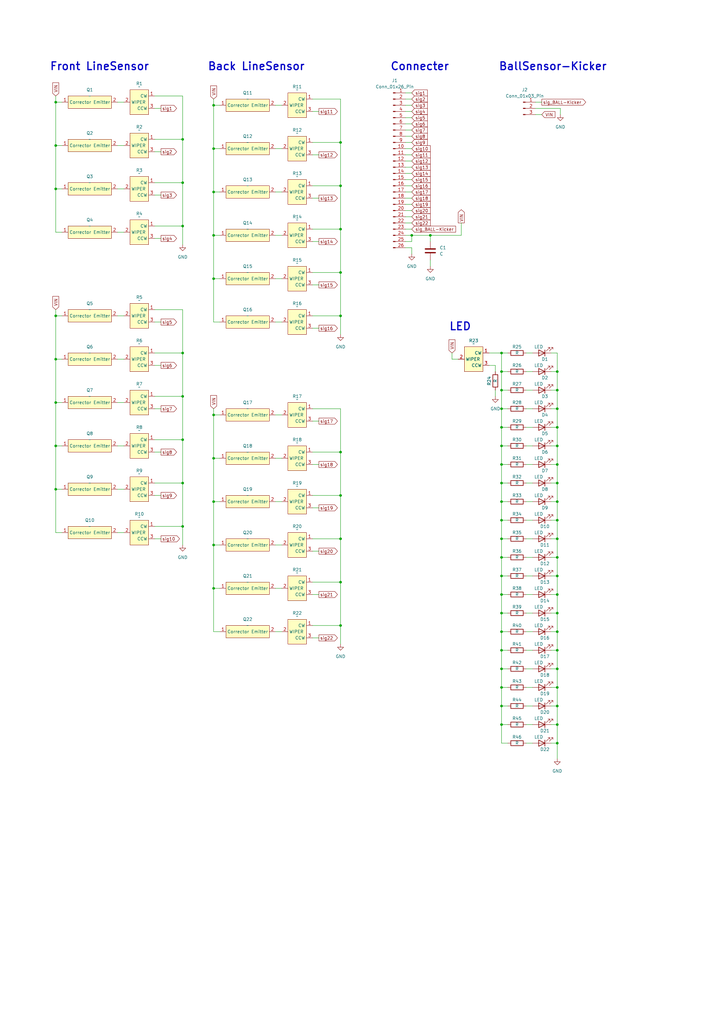
<source format=kicad_sch>
(kicad_sch (version 20230121) (generator eeschema)
  (paper "A3" portrait)
  (lib_symbols
    (symbol "@2023_LineSensor:PhotoTransistor"
      (property "Reference" "Q" (at 0 2.54 0))
      (symbol "PhotoTransistor_1_1"
        (pin passive line (at -11.43 -2.54 0) (length 2.54) (name "Corrector") (number "1"))
        (pin passive line (at 11.43 -2.54 180) (length 2.54) (name "Emitter") (number "2"))
      )
    )
    (symbol "@2023_LineSensor:VariableResistor"
      (property "Reference" "R" (at 0 1.27 0))
      (symbol "VariableResistor_1_1"
        (pin passive line (at 6.35 -2.54 180) (length 2.54) (name "CW") (number "1"))
        (pin passive line (at -6.35 -5.08 0) (length 2.54) (name "WIPER") (number "2"))
        (pin passive line (at 6.35 -7.62 180) (length 2.54) (name "CCW") (number "3"))
      )
    )
    (symbol "Connector:Conn_01x03_Pin" (pin_names (offset 1.016) hide)
      (property "Reference" "J" (at 0 5.08 0))
      (property "Value" "Conn_01x03_Pin" (at 0 -5.08 0))
      (symbol "Conn_01x03_Pin_1_1"
        (pin passive line (at 5.08 2.54 180) (length 3.81) (name "Pin_1") (number "1"))
        (pin passive line (at 5.08 0 180) (length 3.81) (name "Pin_2") (number "2"))
        (pin passive line (at 5.08 -2.54 180) (length 3.81) (name "Pin_3") (number "3"))
      )
    )
    (symbol "Connector:Conn_01x26_Pin" (pin_names (offset 1.016) hide)
      (property "Reference" "J" (at 0 33.02 0))
      (property "Value" "Conn_01x26_Pin" (at 0 -35.56 0))
      (symbol "Conn_01x26_Pin_1_1"
        (pin passive line (at 5.08 30.48 180) (length 3.81) (name "Pin_1") (number "1"))
        (pin passive line (at 5.08 7.62 180) (length 3.81) (name "Pin_10") (number "10"))
        (pin passive line (at 5.08 5.08 180) (length 3.81) (name "Pin_11") (number "11"))
        (pin passive line (at 5.08 2.54 180) (length 3.81) (name "Pin_12") (number "12"))
        (pin passive line (at 5.08 0 180) (length 3.81) (name "Pin_13") (number "13"))
        (pin passive line (at 5.08 -2.54 180) (length 3.81) (name "Pin_14") (number "14"))
        (pin passive line (at 5.08 -5.08 180) (length 3.81) (name "Pin_15") (number "15"))
        (pin passive line (at 5.08 -7.62 180) (length 3.81) (name "Pin_16") (number "16"))
        (pin passive line (at 5.08 -10.16 180) (length 3.81) (name "Pin_17") (number "17"))
        (pin passive line (at 5.08 -12.7 180) (length 3.81) (name "Pin_18") (number "18"))
        (pin passive line (at 5.08 -15.24 180) (length 3.81) (name "Pin_19") (number "19"))
        (pin passive line (at 5.08 27.94 180) (length 3.81) (name "Pin_2") (number "2"))
        (pin passive line (at 5.08 -17.78 180) (length 3.81) (name "Pin_20") (number "20"))
        (pin passive line (at 5.08 -20.32 180) (length 3.81) (name "Pin_21") (number "21"))
        (pin passive line (at 5.08 -22.86 180) (length 3.81) (name "Pin_22") (number "22"))
        (pin passive line (at 5.08 -25.4 180) (length 3.81) (name "Pin_23") (number "23"))
        (pin passive line (at 5.08 -27.94 180) (length 3.81) (name "Pin_24") (number "24"))
        (pin passive line (at 5.08 -30.48 180) (length 3.81) (name "Pin_25") (number "25"))
        (pin passive line (at 5.08 -33.02 180) (length 3.81) (name "Pin_26") (number "26"))
        (pin passive line (at 5.08 25.4 180) (length 3.81) (name "Pin_3") (number "3"))
        (pin passive line (at 5.08 22.86 180) (length 3.81) (name "Pin_4") (number "4"))
        (pin passive line (at 5.08 20.32 180) (length 3.81) (name "Pin_5") (number "5"))
        (pin passive line (at 5.08 17.78 180) (length 3.81) (name "Pin_6") (number "6"))
        (pin passive line (at 5.08 15.24 180) (length 3.81) (name "Pin_7") (number "7"))
        (pin passive line (at 5.08 12.7 180) (length 3.81) (name "Pin_8") (number "8"))
        (pin passive line (at 5.08 10.16 180) (length 3.81) (name "Pin_9") (number "9"))
      )
    )
    (symbol "Device:C" (pin_numbers hide) (pin_names (offset 0.254))
      (property "Reference" "C" (at 0.635 2.54 0))
      (property "Value" "C" (at 0.635 -2.54 0))
      (symbol "C_1_1"
        (pin passive line (at 0 3.81 270) (length 2.794) (name "~") (number "1"))
        (pin passive line (at 0 -3.81 90) (length 2.794) (name "~") (number "2"))
      )
    )
    (symbol "Device:LED" (pin_numbers hide) (pin_names (offset 1.016) hide)
      (property "Reference" "D" (at 0 2.54 0))
      (property "Value" "LED" (at 0 -2.54 0))
      (symbol "LED_1_1"
        (pin passive line (at -3.81 0 0) (length 2.54) (name "K") (number "1"))
        (pin passive line (at 3.81 0 180) (length 2.54) (name "A") (number "2"))
      )
    )
    (symbol "Device:R" (pin_numbers hide) (pin_names (offset 0))
      (property "Reference" "R" (at 2.032 0 90))
      (property "Value" "R" (at 0 0 90))
      (symbol "R_1_1"
        (pin passive line (at 0 3.81 270) (length 1.27) (name "~") (number "1"))
        (pin passive line (at 0 -3.81 90) (length 1.27) (name "~") (number "2"))
      )
    )
    (symbol "power:GND" (power) (pin_names (offset 0))
      (property "Value" "GND" (at 0 -3.81 0))
      (symbol "GND_1_1"
        (pin power_in line (at 0 0 270) (length 0) hide (name "GND") (number "1"))
      )
    )
  )
  (junction (at 87.63 241.3))
  (junction (at 74.93 144.78))
  (junction (at 205.74 190.5))
  (junction (at 205.74 160.02))
  (junction (at 228.6 198.12))
  (junction (at 22.86 77.47))
  (junction (at 22.86 182.88))
  (junction (at 228.6 190.5))
  (junction (at 228.6 220.98))
  (junction (at 205.74 274.32))
  (junction (at 74.93 92.71))
  (junction (at 205.74 167.64))
  (junction (at 87.63 96.52))
  (junction (at 22.86 165.1))
  (junction (at 228.6 152.4))
  (junction (at 87.63 60.96))
  (junction (at 22.86 41.91))
  (junction (at 168.91 96.52))
  (junction (at 205.74 198.12))
  (junction (at 87.63 205.74))
  (junction (at 205.74 251.46))
  (junction (at 74.93 162.56))
  (junction (at 228.6 182.88))
  (junction (at 139.7 111.76))
  (junction (at 228.6 259.08))
  (junction (at 228.6 228.6))
  (junction (at 74.93 215.9))
  (junction (at 228.6 281.94))
  (junction (at 74.93 74.93))
  (junction (at 205.74 259.08))
  (junction (at 205.74 236.22))
  (junction (at 205.74 220.98))
  (junction (at 228.6 243.84))
  (junction (at 139.7 238.76))
  (junction (at 228.6 213.36))
  (junction (at 228.6 205.74))
  (junction (at 228.6 175.26))
  (junction (at 205.74 281.94))
  (junction (at 139.7 185.42))
  (junction (at 205.74 152.4))
  (junction (at 228.6 304.8))
  (junction (at 228.6 160.02))
  (junction (at 139.7 203.2))
  (junction (at 87.63 78.74))
  (junction (at 228.6 297.18))
  (junction (at 74.93 57.15))
  (junction (at 87.63 170.18))
  (junction (at 205.74 205.74))
  (junction (at 139.7 58.42))
  (junction (at 87.63 114.3))
  (junction (at 228.6 274.32))
  (junction (at 87.63 187.96))
  (junction (at 139.7 220.98))
  (junction (at 228.6 289.56))
  (junction (at 205.74 289.56))
  (junction (at 228.6 236.22))
  (junction (at 139.7 76.2))
  (junction (at 22.86 59.69))
  (junction (at 205.74 144.78))
  (junction (at 205.74 243.84))
  (junction (at 205.74 182.88))
  (junction (at 139.7 256.54))
  (junction (at 22.86 147.32))
  (junction (at 205.74 266.7))
  (junction (at 205.74 213.36))
  (junction (at 176.53 96.52))
  (junction (at 228.6 251.46))
  (junction (at 22.86 129.54))
  (junction (at 139.7 129.54))
  (junction (at 228.6 167.64))
  (junction (at 139.7 93.98))
  (junction (at 205.74 297.18))
  (junction (at 228.6 266.7))
  (junction (at 87.63 43.18))
  (junction (at 74.93 180.34))
  (junction (at 205.74 228.6))
  (junction (at 205.74 175.26))
  (junction (at 74.93 198.12))
  (junction (at 87.63 223.52))
  (junction (at 22.86 200.66))
  (wire (pts (xy 226.06 243.84) (xy 228.6 243.84)))
  (wire (pts (xy 90.17 96.52) (xy 87.63 96.52)))
  (wire (pts (xy 128.27 63.5) (xy 130.81 63.5)))
  (wire (pts (xy 166.37 71.12) (xy 168.91 71.12)))
  (wire (pts (xy 226.06 182.88) (xy 228.6 182.88)))
  (wire (pts (xy 63.5 132.08) (xy 66.04 132.08)))
  (wire (pts (xy 205.74 152.4) (xy 205.74 160.02)))
  (wire (pts (xy 205.74 259.08) (xy 205.74 266.7)))
  (wire (pts (xy 215.9 266.7) (xy 218.44 266.7)))
  (wire (pts (xy 63.5 162.56) (xy 74.93 162.56)))
  (wire (pts (xy 166.37 91.44) (xy 168.91 91.44)))
  (wire (pts (xy 128.27 256.54) (xy 139.7 256.54)))
  (wire (pts (xy 189.23 91.44) (xy 189.23 96.52)))
  (wire (pts (xy 215.9 259.08) (xy 218.44 259.08)))
  (wire (pts (xy 228.6 220.98) (xy 228.6 228.6)))
  (wire (pts (xy 166.37 38.1) (xy 168.91 38.1)))
  (wire (pts (xy 87.63 43.18) (xy 90.17 43.18)))
  (wire (pts (xy 208.28 220.98) (xy 205.74 220.98)))
  (wire (pts (xy 215.9 182.88) (xy 218.44 182.88)))
  (wire (pts (xy 166.37 58.42) (xy 168.91 58.42)))
  (wire (pts (xy 22.86 147.32) (xy 22.86 165.1)))
  (wire (pts (xy 128.27 129.54) (xy 139.7 129.54)))
  (wire (pts (xy 226.06 251.46) (xy 228.6 251.46)))
  (wire (pts (xy 226.06 220.98) (xy 228.6 220.98)))
  (wire (pts (xy 63.5 57.15) (xy 74.93 57.15)))
  (wire (pts (xy 166.37 86.36) (xy 168.91 86.36)))
  (wire (pts (xy 22.86 200.66) (xy 22.86 218.44)))
  (wire (pts (xy 128.27 76.2) (xy 139.7 76.2)))
  (wire (pts (xy 25.4 200.66) (xy 22.86 200.66)))
  (wire (pts (xy 128.27 238.76) (xy 139.7 238.76)))
  (wire (pts (xy 63.5 62.23) (xy 66.04 62.23)))
  (wire (pts (xy 205.74 274.32) (xy 205.74 281.94)))
  (wire (pts (xy 208.28 259.08) (xy 205.74 259.08)))
  (wire (pts (xy 215.9 190.5) (xy 218.44 190.5)))
  (wire (pts (xy 63.5 74.93) (xy 74.93 74.93)))
  (wire (pts (xy 228.6 182.88) (xy 228.6 190.5)))
  (wire (pts (xy 208.28 167.64) (xy 205.74 167.64)))
  (wire (pts (xy 166.37 40.64) (xy 168.91 40.64)))
  (wire (pts (xy 90.17 223.52) (xy 87.63 223.52)))
  (wire (pts (xy 185.42 144.78) (xy 185.42 147.32)))
  (wire (pts (xy 166.37 99.06) (xy 168.91 99.06)))
  (wire (pts (xy 87.63 114.3) (xy 87.63 132.08)))
  (wire (pts (xy 87.63 205.74) (xy 87.63 223.52)))
  (wire (pts (xy 87.63 170.18) (xy 90.17 170.18)))
  (wire (pts (xy 74.93 180.34) (xy 74.93 198.12)))
  (wire (pts (xy 128.27 172.72) (xy 130.81 172.72)))
  (wire (pts (xy 63.5 220.98) (xy 66.04 220.98)))
  (wire (pts (xy 215.9 243.84) (xy 218.44 243.84)))
  (wire (pts (xy 90.17 241.3) (xy 87.63 241.3)))
  (wire (pts (xy 139.7 167.64) (xy 139.7 185.42)))
  (wire (pts (xy 74.93 127) (xy 74.93 144.78)))
  (wire (pts (xy 215.9 304.8) (xy 218.44 304.8)))
  (wire (pts (xy 166.37 55.88) (xy 168.91 55.88)))
  (wire (pts (xy 128.27 58.42) (xy 139.7 58.42)))
  (wire (pts (xy 63.5 80.01) (xy 66.04 80.01)))
  (wire (pts (xy 90.17 60.96) (xy 87.63 60.96)))
  (wire (pts (xy 168.91 101.6) (xy 168.91 104.14)))
  (wire (pts (xy 205.74 220.98) (xy 205.74 228.6)))
  (wire (pts (xy 63.5 185.42) (xy 66.04 185.42)))
  (wire (pts (xy 48.26 59.69) (xy 50.8 59.69)))
  (wire (pts (xy 226.06 304.8) (xy 228.6 304.8)))
  (wire (pts (xy 228.6 266.7) (xy 228.6 274.32)))
  (wire (pts (xy 228.6 304.8) (xy 228.6 311.15)))
  (wire (pts (xy 87.63 241.3) (xy 87.63 259.08)))
  (wire (pts (xy 63.5 198.12) (xy 74.93 198.12)))
  (wire (pts (xy 228.6 198.12) (xy 228.6 205.74)))
  (wire (pts (xy 176.53 96.52) (xy 176.53 99.06)))
  (wire (pts (xy 139.7 220.98) (xy 139.7 238.76)))
  (wire (pts (xy 22.86 39.37) (xy 22.86 41.91)))
  (wire (pts (xy 25.4 95.25) (xy 22.86 95.25)))
  (wire (pts (xy 90.17 187.96) (xy 87.63 187.96)))
  (wire (pts (xy 63.5 127) (xy 74.93 127)))
  (wire (pts (xy 139.7 256.54) (xy 139.7 264.16)))
  (wire (pts (xy 128.27 185.42) (xy 139.7 185.42)))
  (wire (pts (xy 113.03 60.96) (xy 115.57 60.96)))
  (wire (pts (xy 128.27 93.98) (xy 139.7 93.98)))
  (wire (pts (xy 215.9 289.56) (xy 218.44 289.56)))
  (wire (pts (xy 205.74 167.64) (xy 205.74 175.26)))
  (wire (pts (xy 200.66 144.78) (xy 205.74 144.78)))
  (wire (pts (xy 205.74 243.84) (xy 205.74 251.46)))
  (wire (pts (xy 128.27 261.62) (xy 130.81 261.62)))
  (wire (pts (xy 205.74 198.12) (xy 205.74 205.74)))
  (wire (pts (xy 226.06 213.36) (xy 228.6 213.36)))
  (wire (pts (xy 90.17 205.74) (xy 87.63 205.74)))
  (wire (pts (xy 166.37 78.74) (xy 168.91 78.74)))
  (wire (pts (xy 22.86 59.69) (xy 22.86 77.47)))
  (wire (pts (xy 128.27 190.5) (xy 130.81 190.5)))
  (wire (pts (xy 25.4 165.1) (xy 22.86 165.1)))
  (wire (pts (xy 113.03 241.3) (xy 115.57 241.3)))
  (wire (pts (xy 87.63 40.64) (xy 87.63 43.18)))
  (wire (pts (xy 208.28 243.84) (xy 205.74 243.84)))
  (wire (pts (xy 139.7 129.54) (xy 139.7 137.16)))
  (wire (pts (xy 205.74 144.78) (xy 205.74 152.4)))
  (wire (pts (xy 208.28 251.46) (xy 205.74 251.46)))
  (wire (pts (xy 228.6 190.5) (xy 228.6 198.12)))
  (wire (pts (xy 208.28 160.02) (xy 205.74 160.02)))
  (wire (pts (xy 113.03 223.52) (xy 115.57 223.52)))
  (wire (pts (xy 48.26 218.44) (xy 50.8 218.44)))
  (wire (pts (xy 48.26 129.54) (xy 50.8 129.54)))
  (wire (pts (xy 22.86 165.1) (xy 22.86 182.88)))
  (wire (pts (xy 228.6 289.56) (xy 228.6 297.18)))
  (wire (pts (xy 63.5 39.37) (xy 74.93 39.37)))
  (wire (pts (xy 139.7 111.76) (xy 139.7 129.54)))
  (wire (pts (xy 87.63 114.3) (xy 87.63 96.52)))
  (wire (pts (xy 228.6 259.08) (xy 228.6 266.7)))
  (wire (pts (xy 128.27 99.06) (xy 130.81 99.06)))
  (wire (pts (xy 228.6 160.02) (xy 228.6 167.64)))
  (wire (pts (xy 22.86 41.91) (xy 25.4 41.91)))
  (wire (pts (xy 48.26 77.47) (xy 50.8 77.47)))
  (wire (pts (xy 128.27 134.62) (xy 130.81 134.62)))
  (wire (pts (xy 166.37 48.26) (xy 168.91 48.26)))
  (wire (pts (xy 74.93 57.15) (xy 74.93 74.93)))
  (wire (pts (xy 226.06 289.56) (xy 228.6 289.56)))
  (wire (pts (xy 215.9 297.18) (xy 218.44 297.18)))
  (wire (pts (xy 205.74 213.36) (xy 205.74 220.98)))
  (wire (pts (xy 208.28 274.32) (xy 205.74 274.32)))
  (wire (pts (xy 205.74 251.46) (xy 205.74 259.08)))
  (wire (pts (xy 63.5 167.64) (xy 66.04 167.64)))
  (wire (pts (xy 226.06 266.7) (xy 228.6 266.7)))
  (wire (pts (xy 208.28 228.6) (xy 205.74 228.6)))
  (wire (pts (xy 87.63 60.96) (xy 87.63 78.74)))
  (wire (pts (xy 208.28 289.56) (xy 205.74 289.56)))
  (wire (pts (xy 215.9 175.26) (xy 218.44 175.26)))
  (wire (pts (xy 176.53 106.68) (xy 176.53 109.22)))
  (wire (pts (xy 215.9 198.12) (xy 218.44 198.12)))
  (wire (pts (xy 228.6 228.6) (xy 228.6 236.22)))
  (wire (pts (xy 205.74 175.26) (xy 205.74 182.88)))
  (wire (pts (xy 208.28 205.74) (xy 205.74 205.74)))
  (wire (pts (xy 215.9 213.36) (xy 218.44 213.36)))
  (wire (pts (xy 128.27 81.28) (xy 130.81 81.28)))
  (wire (pts (xy 205.74 236.22) (xy 205.74 243.84)))
  (wire (pts (xy 74.93 198.12) (xy 74.93 215.9)))
  (wire (pts (xy 22.86 129.54) (xy 25.4 129.54)))
  (wire (pts (xy 219.71 41.91) (xy 222.25 41.91)))
  (wire (pts (xy 25.4 182.88) (xy 22.86 182.88)))
  (wire (pts (xy 208.28 281.94) (xy 205.74 281.94)))
  (wire (pts (xy 228.6 213.36) (xy 228.6 220.98)))
  (wire (pts (xy 219.71 46.99) (xy 222.25 46.99)))
  (wire (pts (xy 22.86 200.66) (xy 22.86 182.88)))
  (wire (pts (xy 113.03 96.52) (xy 115.57 96.52)))
  (wire (pts (xy 128.27 40.64) (xy 139.7 40.64)))
  (wire (pts (xy 228.6 281.94) (xy 228.6 289.56)))
  (wire (pts (xy 215.9 274.32) (xy 218.44 274.32)))
  (wire (pts (xy 139.7 93.98) (xy 139.7 111.76)))
  (wire (pts (xy 205.74 144.78) (xy 208.28 144.78)))
  (wire (pts (xy 166.37 76.2) (xy 168.91 76.2)))
  (wire (pts (xy 226.06 297.18) (xy 228.6 297.18)))
  (wire (pts (xy 205.74 228.6) (xy 205.74 236.22)))
  (wire (pts (xy 168.91 96.52) (xy 176.53 96.52)))
  (wire (pts (xy 128.27 45.72) (xy 130.81 45.72)))
  (wire (pts (xy 215.9 160.02) (xy 218.44 160.02)))
  (wire (pts (xy 215.9 236.22) (xy 218.44 236.22)))
  (wire (pts (xy 48.26 41.91) (xy 50.8 41.91)))
  (wire (pts (xy 48.26 165.1) (xy 50.8 165.1)))
  (wire (pts (xy 113.03 259.08) (xy 115.57 259.08)))
  (wire (pts (xy 87.63 60.96) (xy 87.63 43.18)))
  (wire (pts (xy 87.63 187.96) (xy 87.63 205.74)))
  (wire (pts (xy 74.93 92.71) (xy 74.93 100.33)))
  (wire (pts (xy 166.37 45.72) (xy 168.91 45.72)))
  (wire (pts (xy 87.63 78.74) (xy 87.63 96.52)))
  (wire (pts (xy 74.93 74.93) (xy 74.93 92.71)))
  (wire (pts (xy 166.37 81.28) (xy 168.91 81.28)))
  (wire (pts (xy 113.03 187.96) (xy 115.57 187.96)))
  (wire (pts (xy 215.9 220.98) (xy 218.44 220.98)))
  (wire (pts (xy 226.06 236.22) (xy 228.6 236.22)))
  (wire (pts (xy 228.6 167.64) (xy 228.6 175.26)))
  (wire (pts (xy 226.06 144.78) (xy 228.6 144.78)))
  (wire (pts (xy 226.06 190.5) (xy 228.6 190.5)))
  (wire (pts (xy 228.6 297.18) (xy 228.6 304.8)))
  (wire (pts (xy 228.6 243.84) (xy 228.6 251.46)))
  (wire (pts (xy 215.9 167.64) (xy 218.44 167.64)))
  (wire (pts (xy 166.37 53.34) (xy 168.91 53.34)))
  (wire (pts (xy 87.63 187.96) (xy 87.63 170.18)))
  (wire (pts (xy 166.37 96.52) (xy 168.91 96.52)))
  (wire (pts (xy 113.03 78.74) (xy 115.57 78.74)))
  (wire (pts (xy 166.37 101.6) (xy 168.91 101.6)))
  (wire (pts (xy 228.6 274.32) (xy 228.6 281.94)))
  (wire (pts (xy 113.03 43.18) (xy 115.57 43.18)))
  (wire (pts (xy 205.74 266.7) (xy 205.74 274.32)))
  (wire (pts (xy 48.26 95.25) (xy 50.8 95.25)))
  (wire (pts (xy 128.27 116.84) (xy 130.81 116.84)))
  (wire (pts (xy 226.06 198.12) (xy 228.6 198.12)))
  (wire (pts (xy 176.53 96.52) (xy 189.23 96.52)))
  (wire (pts (xy 208.28 304.8) (xy 205.74 304.8)))
  (wire (pts (xy 63.5 97.79) (xy 66.04 97.79)))
  (wire (pts (xy 128.27 167.64) (xy 139.7 167.64)))
  (wire (pts (xy 205.74 297.18) (xy 205.74 304.8)))
  (wire (pts (xy 90.17 114.3) (xy 87.63 114.3)))
  (wire (pts (xy 215.9 205.74) (xy 218.44 205.74)))
  (wire (pts (xy 139.7 58.42) (xy 139.7 76.2)))
  (wire (pts (xy 166.37 60.96) (xy 168.91 60.96)))
  (wire (pts (xy 226.06 274.32) (xy 228.6 274.32)))
  (wire (pts (xy 113.03 114.3) (xy 115.57 114.3)))
  (wire (pts (xy 166.37 88.9) (xy 168.91 88.9)))
  (wire (pts (xy 128.27 243.84) (xy 130.81 243.84)))
  (wire (pts (xy 128.27 203.2) (xy 139.7 203.2)))
  (wire (pts (xy 63.5 215.9) (xy 74.93 215.9)))
  (wire (pts (xy 226.06 175.26) (xy 228.6 175.26)))
  (wire (pts (xy 166.37 50.8) (xy 168.91 50.8)))
  (wire (pts (xy 187.96 147.32) (xy 185.42 147.32)))
  (wire (pts (xy 208.28 175.26) (xy 205.74 175.26)))
  (wire (pts (xy 139.7 203.2) (xy 139.7 220.98)))
  (wire (pts (xy 22.86 77.47) (xy 22.86 95.25)))
  (wire (pts (xy 200.66 149.86) (xy 203.2 149.86)))
  (wire (pts (xy 226.06 160.02) (xy 228.6 160.02)))
  (wire (pts (xy 168.91 96.52) (xy 168.91 99.06)))
  (wire (pts (xy 128.27 226.06) (xy 130.81 226.06)))
  (wire (pts (xy 215.9 144.78) (xy 218.44 144.78)))
  (wire (pts (xy 139.7 40.64) (xy 139.7 58.42)))
  (wire (pts (xy 139.7 238.76) (xy 139.7 256.54)))
  (wire (pts (xy 208.28 213.36) (xy 205.74 213.36)))
  (wire (pts (xy 166.37 73.66) (xy 168.91 73.66)))
  (wire (pts (xy 228.6 251.46) (xy 228.6 259.08)))
  (wire (pts (xy 25.4 77.47) (xy 22.86 77.47)))
  (wire (pts (xy 48.26 200.66) (xy 50.8 200.66)))
  (wire (pts (xy 203.2 160.02) (xy 203.2 162.56)))
  (wire (pts (xy 22.86 127) (xy 22.86 129.54)))
  (wire (pts (xy 63.5 180.34) (xy 74.93 180.34)))
  (wire (pts (xy 74.93 39.37) (xy 74.93 57.15)))
  (wire (pts (xy 208.28 190.5) (xy 205.74 190.5)))
  (wire (pts (xy 128.27 220.98) (xy 139.7 220.98)))
  (wire (pts (xy 90.17 132.08) (xy 87.63 132.08)))
  (wire (pts (xy 215.9 281.94) (xy 218.44 281.94)))
  (wire (pts (xy 63.5 149.86) (xy 66.04 149.86)))
  (wire (pts (xy 25.4 218.44) (xy 22.86 218.44)))
  (wire (pts (xy 139.7 76.2) (xy 139.7 93.98)))
  (wire (pts (xy 87.63 167.64) (xy 87.63 170.18)))
  (wire (pts (xy 166.37 68.58) (xy 168.91 68.58)))
  (wire (pts (xy 205.74 190.5) (xy 205.74 198.12)))
  (wire (pts (xy 208.28 182.88) (xy 205.74 182.88)))
  (wire (pts (xy 226.06 228.6) (xy 228.6 228.6)))
  (wire (pts (xy 205.74 289.56) (xy 205.74 297.18)))
  (wire (pts (xy 215.9 228.6) (xy 218.44 228.6)))
  (wire (pts (xy 113.03 132.08) (xy 115.57 132.08)))
  (wire (pts (xy 74.93 144.78) (xy 74.93 162.56)))
  (wire (pts (xy 166.37 63.5) (xy 168.91 63.5)))
  (wire (pts (xy 226.06 281.94) (xy 228.6 281.94)))
  (wire (pts (xy 228.6 175.26) (xy 228.6 182.88)))
  (wire (pts (xy 166.37 83.82) (xy 168.91 83.82)))
  (wire (pts (xy 228.6 205.74) (xy 228.6 213.36)))
  (wire (pts (xy 48.26 147.32) (xy 50.8 147.32)))
  (wire (pts (xy 228.6 152.4) (xy 228.6 160.02)))
  (wire (pts (xy 226.06 205.74) (xy 228.6 205.74)))
  (wire (pts (xy 203.2 149.86) (xy 203.2 152.4)))
  (wire (pts (xy 219.71 44.45) (xy 229.87 44.45)))
  (wire (pts (xy 208.28 236.22) (xy 205.74 236.22)))
  (wire (pts (xy 74.93 215.9) (xy 74.93 223.52)))
  (wire (pts (xy 208.28 198.12) (xy 205.74 198.12)))
  (wire (pts (xy 22.86 59.69) (xy 22.86 41.91)))
  (wire (pts (xy 128.27 208.28) (xy 130.81 208.28)))
  (wire (pts (xy 113.03 170.18) (xy 115.57 170.18)))
  (wire (pts (xy 166.37 43.18) (xy 168.91 43.18)))
  (wire (pts (xy 215.9 152.4) (xy 218.44 152.4)))
  (wire (pts (xy 208.28 266.7) (xy 205.74 266.7)))
  (wire (pts (xy 205.74 205.74) (xy 205.74 213.36)))
  (wire (pts (xy 63.5 92.71) (xy 74.93 92.71)))
  (wire (pts (xy 63.5 203.2) (xy 66.04 203.2)))
  (wire (pts (xy 63.5 44.45) (xy 66.04 44.45)))
  (wire (pts (xy 25.4 147.32) (xy 22.86 147.32)))
  (wire (pts (xy 113.03 205.74) (xy 115.57 205.74)))
  (wire (pts (xy 208.28 297.18) (xy 205.74 297.18)))
  (wire (pts (xy 215.9 251.46) (xy 218.44 251.46)))
  (wire (pts (xy 228.6 236.22) (xy 228.6 243.84)))
  (wire (pts (xy 25.4 59.69) (xy 22.86 59.69)))
  (wire (pts (xy 48.26 182.88) (xy 50.8 182.88)))
  (wire (pts (xy 87.63 241.3) (xy 87.63 223.52)))
  (wire (pts (xy 22.86 147.32) (xy 22.86 129.54)))
  (wire (pts (xy 205.74 182.88) (xy 205.74 190.5)))
  (wire (pts (xy 63.5 144.78) (xy 74.93 144.78)))
  (wire (pts (xy 205.74 281.94) (xy 205.74 289.56)))
  (wire (pts (xy 226.06 152.4) (xy 228.6 152.4)))
  (wire (pts (xy 166.37 93.98) (xy 168.91 93.98)))
  (wire (pts (xy 128.27 111.76) (xy 139.7 111.76)))
  (wire (pts (xy 228.6 144.78) (xy 228.6 152.4)))
  (wire (pts (xy 90.17 78.74) (xy 87.63 78.74)))
  (wire (pts (xy 90.17 259.08) (xy 87.63 259.08)))
  (wire (pts (xy 166.37 66.04) (xy 168.91 66.04)))
  (wire (pts (xy 226.06 167.64) (xy 228.6 167.64)))
  (wire (pts (xy 208.28 152.4) (xy 205.74 152.4)))
  (wire (pts (xy 226.06 259.08) (xy 228.6 259.08)))
  (wire (pts (xy 74.93 162.56) (xy 74.93 180.34)))
  (wire (pts (xy 229.87 44.45) (xy 229.87 46.99)))
  (wire (pts (xy 139.7 185.42) (xy 139.7 203.2)))
  (wire (pts (xy 205.74 160.02) (xy 205.74 167.64)))
  (text "Front LineSensor" (at 20.32 29.21 0) (effects (font (size 3.175 3.175) (thickness 0.508) bold) (justify left bottom)))
  (text "Back LineSensor" (at 85.09 29.21 0) (effects (font (size 3.175 3.175) (thickness 0.508) bold) (justify left bottom)))
  (text "BallSensor-Kicker" (at 204.47 29.21 0) (effects (font (size 3.175 3.175) (thickness 0.508) bold) (justify left bottom)))
  (text "Connecter" (at 160.02 29.21 0) (effects (font (size 3.175 3.175) (thickness 0.508) bold) (justify left bottom)))
  (text "LED" (at 184.15 135.89 0) (effects (font (size 3.175 3.175) (thickness 0.508) bold) (justify left bottom)))
  (global_label "sig6" (shape output) (at 66.04 149.86 0) (property "Intersheetrefs" "${INTERSHEET_REFS}" (effects hide)))
  (global_label "sig14" (shape input) (at 168.91 71.12 0) (property "Intersheetrefs" "${INTERSHEET_REFS}" (effects hide)))
  (global_label "sig20" (shape output) (at 130.81 226.06 0) (property "Intersheetrefs" "${INTERSHEET_REFS}" (effects hide)))
  (global_label "sig12" (shape input) (at 168.91 66.04 0) (property "Intersheetrefs" "${INTERSHEET_REFS}" (effects hide)))
  (global_label "sig18" (shape input) (at 168.91 81.28 0) (property "Intersheetrefs" "${INTERSHEET_REFS}" (effects hide)))
  (global_label "sig5" (shape input) (at 168.91 48.26 0) (property "Intersheetrefs" "${INTERSHEET_REFS}" (effects hide)))
  (global_label "sig_BALL-Kicker" (shape input) (at 168.91 93.98 0) (property "Intersheetrefs" "${INTERSHEET_REFS}" (effects hide)))
  (global_label "sig1" (shape input) (at 168.91 38.1 0) (property "Intersheetrefs" "${INTERSHEET_REFS}" (effects hide)))
  (global_label "sig9" (shape input) (at 168.91 58.42 0) (property "Intersheetrefs" "${INTERSHEET_REFS}" (effects hide)))
  (global_label "sig17" (shape output) (at 130.81 172.72 0) (property "Intersheetrefs" "${INTERSHEET_REFS}" (effects hide)))
  (global_label "sig14" (shape output) (at 130.81 99.06 0) (property "Intersheetrefs" "${INTERSHEET_REFS}" (effects hide)))
  (global_label "sig2" (shape output) (at 66.04 62.23 0) (property "Intersheetrefs" "${INTERSHEET_REFS}" (effects hide)))
  (global_label "sig4" (shape input) (at 168.91 45.72 0) (property "Intersheetrefs" "${INTERSHEET_REFS}" (effects hide)))
  (global_label "VIN" (shape input) (at 22.86 39.37 90) (property "Intersheetrefs" "${INTERSHEET_REFS}" (effects hide)))
  (global_label "sig15" (shape output) (at 130.81 116.84 0) (property "Intersheetrefs" "${INTERSHEET_REFS}" (effects hide)))
  (global_label "sig13" (shape input) (at 168.91 68.58 0) (property "Intersheetrefs" "${INTERSHEET_REFS}" (effects hide)))
  (global_label "sig3" (shape output) (at 66.04 80.01 0) (property "Intersheetrefs" "${INTERSHEET_REFS}" (effects hide)))
  (global_label "VIN" (shape input) (at 185.42 144.78 90) (property "Intersheetrefs" "${INTERSHEET_REFS}" (effects hide)))
  (global_label "sig9" (shape output) (at 66.04 203.2 0) (property "Intersheetrefs" "${INTERSHEET_REFS}" (effects hide)))
  (global_label "sig11" (shape input) (at 168.91 63.5 0) (property "Intersheetrefs" "${INTERSHEET_REFS}" (effects hide)))
  (global_label "sig21" (shape input) (at 168.91 88.9 0) (property "Intersheetrefs" "${INTERSHEET_REFS}" (effects hide)))
  (global_label "sig16" (shape output) (at 130.81 134.62 0) (property "Intersheetrefs" "${INTERSHEET_REFS}" (effects hide)))
  (global_label "sig15" (shape input) (at 168.91 73.66 0) (property "Intersheetrefs" "${INTERSHEET_REFS}" (effects hide)))
  (global_label "sig11" (shape output) (at 130.81 45.72 0) (property "Intersheetrefs" "${INTERSHEET_REFS}" (effects hide)))
  (global_label "sig19" (shape input) (at 168.91 83.82 0) (property "Intersheetrefs" "${INTERSHEET_REFS}" (effects hide)))
  (global_label "VIN" (shape input) (at 222.25 46.99 0) (property "Intersheetrefs" "${INTERSHEET_REFS}" (effects hide)))
  (global_label "sig7" (shape input) (at 168.91 53.34 0) (property "Intersheetrefs" "${INTERSHEET_REFS}" (effects hide)))
  (global_label "VIN" (shape output) (at 189.23 91.44 90) (property "Intersheetrefs" "${INTERSHEET_REFS}" (effects hide)))
  (global_label "sig10" (shape output) (at 66.04 220.98 0) (property "Intersheetrefs" "${INTERSHEET_REFS}" (effects hide)))
  (global_label "sig4" (shape output) (at 66.04 97.79 0) (property "Intersheetrefs" "${INTERSHEET_REFS}" (effects hide)))
  (global_label "sig7" (shape output) (at 66.04 167.64 0) (property "Intersheetrefs" "${INTERSHEET_REFS}" (effects hide)))
  (global_label "VIN" (shape input) (at 87.63 40.64 90) (property "Intersheetrefs" "${INTERSHEET_REFS}" (effects hide)))
  (global_label "sig17" (shape input) (at 168.91 78.74 0) (property "Intersheetrefs" "${INTERSHEET_REFS}" (effects hide)))
  (global_label "sig22" (shape input) (at 168.91 91.44 0) (property "Intersheetrefs" "${INTERSHEET_REFS}" (effects hide)))
  (global_label "sig8" (shape output) (at 66.04 185.42 0) (property "Intersheetrefs" "${INTERSHEET_REFS}" (effects hide)))
  (global_label "sig2" (shape input) (at 168.91 40.64 0) (property "Intersheetrefs" "${INTERSHEET_REFS}" (effects hide)))
  (global_label "sig_BALL-Kicker" (shape output) (at 222.25 41.91 0) (property "Intersheetrefs" "${INTERSHEET_REFS}" (effects hide)))
  (global_label "sig5" (shape output) (at 66.04 132.08 0) (property "Intersheetrefs" "${INTERSHEET_REFS}" (effects hide)))
  (global_label "sig13" (shape output) (at 130.81 81.28 0) (property "Intersheetrefs" "${INTERSHEET_REFS}" (effects hide)))
  (global_label "sig3" (shape input) (at 168.91 43.18 0) (property "Intersheetrefs" "${INTERSHEET_REFS}" (effects hide)))
  (global_label "sig6" (shape input) (at 168.91 50.8 0) (property "Intersheetrefs" "${INTERSHEET_REFS}" (effects hide)))
  (global_label "sig22" (shape output) (at 130.81 261.62 0) (property "Intersheetrefs" "${INTERSHEET_REFS}" (effects hide)))
  (global_label "sig8" (shape input) (at 168.91 55.88 0) (property "Intersheetrefs" "${INTERSHEET_REFS}" (effects hide)))
  (global_label "sig20" (shape input) (at 168.91 86.36 0) (property "Intersheetrefs" "${INTERSHEET_REFS}" (effects hide)))
  (global_label "sig12" (shape output) (at 130.81 63.5 0) (property "Intersheetrefs" "${INTERSHEET_REFS}" (effects hide)))
  (global_label "sig1" (shape output) (at 66.04 44.45 0) (property "Intersheetrefs" "${INTERSHEET_REFS}" (effects hide)))
  (global_label "sig19" (shape output) (at 130.81 208.28 0) (property "Intersheetrefs" "${INTERSHEET_REFS}" (effects hide)))
  (global_label "sig16" (shape input) (at 168.91 76.2 0) (property "Intersheetrefs" "${INTERSHEET_REFS}" (effects hide)))
  (global_label "sig18" (shape output) (at 130.81 190.5 0) (property "Intersheetrefs" "${INTERSHEET_REFS}" (effects hide)))
  (global_label "sig21" (shape output) (at 130.81 243.84 0) (property "Intersheetrefs" "${INTERSHEET_REFS}" (effects hide)))
  (global_label "sig10" (shape input) (at 168.91 60.96 0) (property "Intersheetrefs" "${INTERSHEET_REFS}" (effects hide)))
  (global_label "VIN" (shape input) (at 87.63 167.64 90) (property "Intersheetrefs" "${INTERSHEET_REFS}" (effects hide)))
  (global_label "VIN" (shape input) (at 22.86 127 90) (property "Intersheetrefs" "${INTERSHEET_REFS}" (effects hide)))
  (symbol (lib_id "@2023_LineSensor:PhotoTransistor") (at 36.83 92.71 0) (unit 1)
    (property "Reference" "Q4" (at 36.83 90.17 0))
    (property "Value" "~" (at 36.83 92.71 0))
    (property "Footprint" "@2023_LineSensor:NJL7502L" (effects hide))
  )
  (symbol (lib_id "Device:LED") (at 222.25 259.08 180) (unit 1)
    (property "Reference" "D16" (at 223.52 261.62 0))
    (property "Value" "LED" (at 220.98 256.54 0))
    (property "Footprint" "@2023_LineSensor:OSWT3166B" (effects hide))
  )
  (symbol (lib_id "@2023_LineSensor:PhotoTransistor") (at 101.6 93.98 0) (unit 1)
    (property "Reference" "Q14" (at 101.6 91.44 0))
    (property "Value" "~" (at 101.6 93.98 0))
    (property "Footprint" "@2023_LineSensor:NJL7502L" (effects hide))
  )
  (symbol (lib_id "@2023_LineSensor:VariableResistor") (at 121.92 236.22 0) (unit 1)
    (property "Reference" "R21" (at 121.92 233.68 0))
    (property "Value" "~" (at 121.92 234.95 0))
    (property "Footprint" "@2023_LineSensor:TSR-C3305" (effects hide))
  )
  (symbol (lib_id "Device:R") (at 212.09 289.56 90) (unit 1)
    (property "Reference" "R44" (at 212.09 287.02 90))
    (property "Value" "R" (at 212.09 289.56 90))
    (property "Footprint" "Resistor_SMD:R_0603_1608Metric" (effects hide))
  )
  (symbol (lib_id "power:GND") (at 139.7 137.16 0) (unit 1)
    (property "Reference" "#PWR03" (effects hide))
    (property "Value" "GND" (at 139.7 142.24 0))
  )
  (symbol (lib_id "Device:R") (at 212.09 259.08 90) (unit 1)
    (property "Reference" "R40" (at 212.09 256.54 90))
    (property "Value" "R" (at 212.09 259.08 90))
    (property "Footprint" "Resistor_SMD:R_0603_1608Metric" (effects hide))
  )
  (symbol (lib_id "@2023_LineSensor:PhotoTransistor") (at 101.6 58.42 0) (unit 1)
    (property "Reference" "Q12" (at 101.6 55.88 0))
    (property "Value" "~" (at 101.6 58.42 0))
    (property "Footprint" "@2023_LineSensor:NJL7502L" (effects hide))
  )
  (symbol (lib_id "Device:LED") (at 222.25 266.7 180) (unit 1)
    (property "Reference" "D17" (at 223.52 269.24 0))
    (property "Value" "LED" (at 220.98 264.16 0))
    (property "Footprint" "@2023_LineSensor:OSWT3166B" (effects hide))
  )
  (symbol (lib_id "Device:R") (at 212.09 304.8 90) (unit 1)
    (property "Reference" "R46" (at 212.09 302.26 90))
    (property "Value" "R" (at 212.09 304.8 90))
    (property "Footprint" "Resistor_SMD:R_0603_1608Metric" (effects hide))
  )
  (symbol (lib_id "Device:R") (at 212.09 228.6 90) (unit 1)
    (property "Reference" "R36" (at 212.09 226.06 90))
    (property "Value" "R" (at 212.09 228.6 90))
    (property "Footprint" "Resistor_SMD:R_0603_1608Metric" (effects hide))
  )
  (symbol (lib_id "@2023_LineSensor:PhotoTransistor") (at 36.83 127 0) (unit 1)
    (property "Reference" "Q5" (at 36.83 124.46 0))
    (property "Value" "~" (at 36.83 127 0))
    (property "Footprint" "@2023_LineSensor:NJL7502L" (effects hide))
  )
  (symbol (lib_id "Device:R") (at 212.09 205.74 90) (unit 1)
    (property "Reference" "R33" (at 212.09 203.2 90))
    (property "Value" "R" (at 212.09 205.74 90))
    (property "Footprint" "Resistor_SMD:R_0603_1608Metric" (effects hide))
  )
  (symbol (lib_id "@2023_LineSensor:VariableResistor") (at 57.15 160.02 0) (unit 1)
    (property "Reference" "R7" (at 57.15 157.48 0))
    (property "Value" "~" (at 57.15 158.75 0))
    (property "Footprint" "@2023_LineSensor:TSR-C3305" (effects hide))
  )
  (symbol (lib_id "@2023_LineSensor:VariableResistor") (at 57.15 177.8 0) (unit 1)
    (property "Reference" "R8" (at 57.15 175.26 0))
    (property "Value" "~" (at 57.15 176.53 0))
    (property "Footprint" "@2023_LineSensor:TSR-C3305" (effects hide))
  )
  (symbol (lib_id "@2023_LineSensor:VariableResistor") (at 121.92 109.22 0) (unit 1)
    (property "Reference" "R15" (at 121.92 106.68 0))
    (property "Value" "~" (at 121.92 107.95 0))
    (property "Footprint" "@2023_LineSensor:TSR-C3305" (effects hide))
  )
  (symbol (lib_id "Device:LED") (at 222.25 144.78 180) (unit 1)
    (property "Reference" "D1" (at 223.52 147.32 0))
    (property "Value" "LED" (at 220.98 142.24 0))
    (property "Footprint" "@2023_LineSensor:OSWT3166B" (effects hide))
  )
  (symbol (lib_id "@2023_LineSensor:PhotoTransistor") (at 101.6 185.42 0) (unit 1)
    (property "Reference" "Q18" (at 101.6 182.88 0))
    (property "Value" "~" (at 101.6 185.42 0))
    (property "Footprint" "@2023_LineSensor:NJL7502L" (effects hide))
  )
  (symbol (lib_id "Device:R") (at 212.09 274.32 90) (unit 1)
    (property "Reference" "R42" (at 212.09 271.78 90))
    (property "Value" "R" (at 212.09 274.32 90))
    (property "Footprint" "Resistor_SMD:R_0603_1608Metric" (effects hide))
  )
  (symbol (lib_id "Device:R") (at 203.2 156.21 180) (unit 1)
    (property "Reference" "R24" (at 200.66 156.21 90))
    (property "Value" "R" (at 203.2 156.21 90))
    (property "Footprint" "Resistor_SMD:R_0603_1608Metric" (effects hide))
  )
  (symbol (lib_id "@2023_LineSensor:PhotoTransistor") (at 101.6 129.54 0) (unit 1)
    (property "Reference" "Q16" (at 101.6 127 0))
    (property "Value" "~" (at 101.6 129.54 0))
    (property "Footprint" "@2023_LineSensor:NJL7502L" (effects hide))
  )
  (symbol (lib_id "power:GND") (at 74.93 100.33 0) (unit 1)
    (property "Reference" "#PWR01" (effects hide))
    (property "Value" "GND" (at 74.93 105.41 0))
  )
  (symbol (lib_id "@2023_LineSensor:PhotoTransistor") (at 36.83 215.9 0) (unit 1)
    (property "Reference" "Q10" (at 36.83 213.36 0))
    (property "Value" "~" (at 36.83 215.9 0))
    (property "Footprint" "@2023_LineSensor:NJL7502L" (effects hide))
  )
  (symbol (lib_id "Device:R") (at 212.09 144.78 90) (unit 1)
    (property "Reference" "R25" (at 212.09 142.24 90))
    (property "Value" "R" (at 212.09 144.78 90))
    (property "Footprint" "Resistor_SMD:R_0603_1608Metric" (effects hide))
  )
  (symbol (lib_id "Device:R") (at 212.09 182.88 90) (unit 1)
    (property "Reference" "R30" (at 212.09 180.34 90))
    (property "Value" "R" (at 212.09 182.88 90))
    (property "Footprint" "Resistor_SMD:R_0603_1608Metric" (effects hide))
  )
  (symbol (lib_id "@2023_LineSensor:VariableResistor") (at 194.31 142.24 0) (unit 1)
    (property "Reference" "R23" (at 194.31 139.7 0))
    (property "Value" "~" (at 194.31 140.97 0))
    (property "Footprint" "@2023_LineSensor:TSR-C3305" (effects hide))
  )
  (symbol (lib_id "Device:LED") (at 222.25 297.18 180) (unit 1)
    (property "Reference" "D21" (at 223.52 299.72 0))
    (property "Value" "LED" (at 220.98 294.64 0))
    (property "Footprint" "@2023_LineSensor:OSWT3166B" (effects hide))
  )
  (symbol (lib_id "@2023_LineSensor:PhotoTransistor") (at 36.83 180.34 0) (unit 1)
    (property "Reference" "Q8" (at 36.83 177.8 0))
    (property "Value" "~" (at 36.83 180.34 0))
    (property "Footprint" "@2023_LineSensor:NJL7502L" (effects hide))
  )
  (symbol (lib_id "Device:LED") (at 222.25 228.6 180) (unit 1)
    (property "Reference" "D12" (at 223.52 231.14 0))
    (property "Value" "LED" (at 220.98 226.06 0))
    (property "Footprint" "@2023_LineSensor:OSWT3166B" (effects hide))
  )
  (symbol (lib_id "Device:R") (at 212.09 236.22 90) (unit 1)
    (property "Reference" "R37" (at 212.09 233.68 90))
    (property "Value" "R" (at 212.09 236.22 90))
    (property "Footprint" "Resistor_SMD:R_0603_1608Metric" (effects hide))
  )
  (symbol (lib_id "Device:LED") (at 222.25 236.22 180) (unit 1)
    (property "Reference" "D13" (at 223.52 238.76 0))
    (property "Value" "LED" (at 220.98 233.68 0))
    (property "Footprint" "@2023_LineSensor:OSWT3166B" (effects hide))
  )
  (symbol (lib_id "@2023_LineSensor:VariableResistor") (at 57.15 54.61 0) (unit 1)
    (property "Reference" "R2" (at 57.15 52.07 0))
    (property "Value" "~" (at 57.15 53.34 0))
    (property "Footprint" "@2023_LineSensor:TSR-C3305" (effects hide))
  )
  (symbol (lib_id "Connector:Conn_01x03_Pin") (at 214.63 44.45 0) (unit 1)
    (property "Reference" "J2" (at 215.265 36.83 0))
    (property "Value" "Conn_01x03_Pin" (at 215.265 39.37 0))
    (property "Footprint" "Connector_JST:JST_XH_B3B-XH-A_1x03_P2.50mm_Vertical" (effects hide))
  )
  (symbol (lib_id "Device:R") (at 212.09 175.26 90) (unit 1)
    (property "Reference" "R29" (at 212.09 172.72 90))
    (property "Value" "R" (at 212.09 175.26 90))
    (property "Footprint" "Resistor_SMD:R_0603_1608Metric" (effects hide))
  )
  (symbol (lib_id "@2023_LineSensor:VariableResistor") (at 121.92 254 0) (unit 1)
    (property "Reference" "R22" (at 121.92 251.46 0))
    (property "Value" "~" (at 121.92 252.73 0))
    (property "Footprint" "@2023_LineSensor:TSR-C3305" (effects hide))
  )
  (symbol (lib_id "power:GND") (at 176.53 109.22 0) (unit 1)
    (property "Reference" "#PWR06" (effects hide))
    (property "Value" "GND" (at 176.53 114.3 0))
  )
  (symbol (lib_id "Device:LED") (at 222.25 152.4 180) (unit 1)
    (property "Reference" "D2" (at 223.52 154.94 0))
    (property "Value" "LED" (at 220.98 149.86 0))
    (property "Footprint" "@2023_LineSensor:OSWT3166B" (effects hide))
  )
  (symbol (lib_id "Device:LED") (at 222.25 213.36 180) (unit 1)
    (property "Reference" "D10" (at 223.52 215.9 0))
    (property "Value" "LED" (at 220.98 210.82 0))
    (property "Footprint" "@2023_LineSensor:OSWT3166B" (effects hide))
  )
  (symbol (lib_id "@2023_LineSensor:VariableResistor") (at 57.15 213.36 0) (unit 1)
    (property "Reference" "R10" (at 57.15 210.82 0))
    (property "Value" "~" (at 57.15 212.09 0))
    (property "Footprint" "@2023_LineSensor:TSR-C3305" (effects hide))
  )
  (symbol (lib_id "@2023_LineSensor:VariableResistor") (at 57.15 195.58 0) (unit 1)
    (property "Reference" "R9" (at 57.15 193.04 0))
    (property "Value" "~" (at 57.15 194.31 0))
    (property "Footprint" "@2023_LineSensor:TSR-C3305" (effects hide))
  )
  (symbol (lib_id "@2023_LineSensor:PhotoTransistor") (at 101.6 167.64 0) (unit 1)
    (property "Reference" "Q17" (at 101.6 165.1 0))
    (property "Value" "~" (at 101.6 167.64 0))
    (property "Footprint" "@2023_LineSensor:NJL7502L" (effects hide))
  )
  (symbol (lib_id "@2023_LineSensor:VariableResistor") (at 121.92 200.66 0) (unit 1)
    (property "Reference" "R19" (at 121.92 198.12 0))
    (property "Value" "~" (at 121.92 199.39 0))
    (property "Footprint" "@2023_LineSensor:TSR-C3305" (effects hide))
  )
  (symbol (lib_id "@2023_LineSensor:VariableResistor") (at 121.92 73.66 0) (unit 1)
    (property "Reference" "R13" (at 121.92 71.12 0))
    (property "Value" "~" (at 121.92 72.39 0))
    (property "Footprint" "@2023_LineSensor:TSR-C3305" (effects hide))
  )
  (symbol (lib_id "@2023_LineSensor:PhotoTransistor") (at 36.83 57.15 0) (unit 1)
    (property "Reference" "Q2" (at 36.83 54.61 0))
    (property "Value" "~" (at 36.83 57.15 0))
    (property "Footprint" "@2023_LineSensor:NJL7502L" (effects hide))
  )
  (symbol (lib_id "power:GND") (at 203.2 162.56 0) (unit 1)
    (property "Reference" "#PWR07" (effects hide))
    (property "Value" "GND" (at 203.2 167.64 0))
  )
  (symbol (lib_id "power:GND") (at 229.87 46.99 0) (unit 1)
    (property "Reference" "#PWR09" (effects hide))
    (property "Value" "GND" (at 229.87 52.07 0))
  )
  (symbol (lib_id "@2023_LineSensor:PhotoTransistor") (at 101.6 238.76 0) (unit 1)
    (property "Reference" "Q21" (at 101.6 236.22 0))
    (property "Value" "~" (at 101.6 238.76 0))
    (property "Footprint" "@2023_LineSensor:NJL7502L" (effects hide))
  )
  (symbol (lib_id "Device:R") (at 212.09 198.12 90) (unit 1)
    (property "Reference" "R32" (at 212.09 195.58 90))
    (property "Value" "R" (at 212.09 198.12 90))
    (property "Footprint" "Resistor_SMD:R_0603_1608Metric" (effects hide))
  )
  (symbol (lib_id "Device:R") (at 212.09 152.4 90) (unit 1)
    (property "Reference" "R26" (at 212.09 149.86 90))
    (property "Value" "R" (at 212.09 152.4 90))
    (property "Footprint" "Resistor_SMD:R_0603_1608Metric" (effects hide))
  )
  (symbol (lib_id "@2023_LineSensor:VariableResistor") (at 121.92 127 0) (unit 1)
    (property "Reference" "R16" (at 121.92 124.46 0))
    (property "Value" "~" (at 121.92 125.73 0))
    (property "Footprint" "@2023_LineSensor:TSR-C3305" (effects hide))
  )
  (symbol (lib_id "@2023_LineSensor:PhotoTransistor") (at 36.83 162.56 0) (unit 1)
    (property "Reference" "Q7" (at 36.83 160.02 0))
    (property "Value" "~" (at 36.83 162.56 0))
    (property "Footprint" "@2023_LineSensor:NJL7502L" (effects hide))
  )
  (symbol (lib_id "@2023_LineSensor:PhotoTransistor") (at 101.6 203.2 0) (unit 1)
    (property "Reference" "Q19" (at 101.6 200.66 0))
    (property "Value" "~" (at 101.6 203.2 0))
    (property "Footprint" "@2023_LineSensor:NJL7502L" (effects hide))
  )
  (symbol (lib_id "@2023_LineSensor:VariableResistor") (at 121.92 55.88 0) (unit 1)
    (property "Reference" "R12" (at 121.92 53.34 0))
    (property "Value" "~" (at 121.92 54.61 0))
    (property "Footprint" "@2023_LineSensor:TSR-C3305" (effects hide))
  )
  (symbol (lib_id "Connector:Conn_01x26_Pin") (at 161.29 68.58 0) (unit 1)
    (property "Reference" "J1" (at 161.925 33.02 0))
    (property "Value" "Conn_01x26_Pin" (at 161.925 35.56 0))
    (property "Footprint" "Connector_IDC:IDC-Header_2x13_P2.54mm_Vertical" (effects hide))
  )
  (symbol (lib_id "@2023_LineSensor:VariableResistor") (at 121.92 91.44 0) (unit 1)
    (property "Reference" "R14" (at 121.92 88.9 0))
    (property "Value" "~" (at 121.92 90.17 0))
    (property "Footprint" "@2023_LineSensor:TSR-C3305" (effects hide))
  )
  (symbol (lib_id "Device:LED") (at 222.25 182.88 180) (unit 1)
    (property "Reference" "D6" (at 223.52 185.42 0))
    (property "Value" "LED" (at 220.98 180.34 0))
    (property "Footprint" "@2023_LineSensor:OSWT3166B" (effects hide))
  )
  (symbol (lib_id "Device:R") (at 212.09 251.46 90) (unit 1)
    (property "Reference" "R39" (at 212.09 248.92 90))
    (property "Value" "R" (at 212.09 251.46 90))
    (property "Footprint" "Resistor_SMD:R_0603_1608Metric" (effects hide))
  )
  (symbol (lib_id "Device:LED") (at 222.25 160.02 180) (unit 1)
    (property "Reference" "D3" (at 223.52 162.56 0))
    (property "Value" "LED" (at 220.98 157.48 0))
    (property "Footprint" "@2023_LineSensor:OSWT3166B" (effects hide))
  )
  (symbol (lib_id "@2023_LineSensor:PhotoTransistor") (at 101.6 256.54 0) (unit 1)
    (property "Reference" "Q22" (at 101.6 254 0))
    (property "Value" "~" (at 101.6 256.54 0))
    (property "Footprint" "@2023_LineSensor:NJL7502L" (effects hide))
  )
  (symbol (lib_id "Device:R") (at 212.09 266.7 90) (unit 1)
    (property "Reference" "R41" (at 212.09 264.16 90))
    (property "Value" "R" (at 212.09 266.7 90))
    (property "Footprint" "Resistor_SMD:R_0603_1608Metric" (effects hide))
  )
  (symbol (lib_id "Device:R") (at 212.09 213.36 90) (unit 1)
    (property "Reference" "R34" (at 212.09 210.82 90))
    (property "Value" "R" (at 212.09 213.36 90))
    (property "Footprint" "Resistor_SMD:R_0603_1608Metric" (effects hide))
  )
  (symbol (lib_id "@2023_LineSensor:VariableResistor") (at 57.15 124.46 0) (unit 1)
    (property "Reference" "R5" (at 57.15 121.92 0))
    (property "Value" "~" (at 57.15 123.19 0))
    (property "Footprint" "@2023_LineSensor:TSR-C3305" (effects hide))
  )
  (symbol (lib_id "power:GND") (at 139.7 264.16 0) (unit 1)
    (property "Reference" "#PWR04" (effects hide))
    (property "Value" "GND" (at 139.7 269.24 0))
  )
  (symbol (lib_id "@2023_LineSensor:PhotoTransistor") (at 36.83 39.37 0) (unit 1)
    (property "Reference" "Q1" (at 36.83 36.83 0))
    (property "Value" "~" (at 36.83 39.37 0))
    (property "Footprint" "@2023_LineSensor:NJL7502L" (effects hide))
  )
  (symbol (lib_id "Device:LED") (at 222.25 251.46 180) (unit 1)
    (property "Reference" "D15" (at 223.52 254 0))
    (property "Value" "LED" (at 220.98 248.92 0))
    (property "Footprint" "@2023_LineSensor:OSWT3166B" (effects hide))
  )
  (symbol (lib_id "@2023_LineSensor:VariableResistor") (at 121.92 218.44 0) (unit 1)
    (property "Reference" "R20" (at 121.92 215.9 0))
    (property "Value" "~" (at 121.92 217.17 0))
    (property "Footprint" "@2023_LineSensor:TSR-C3305" (effects hide))
  )
  (symbol (lib_id "@2023_LineSensor:VariableResistor") (at 121.92 182.88 0) (unit 1)
    (property "Reference" "R18" (at 121.92 180.34 0))
    (property "Value" "~" (at 121.92 181.61 0))
    (property "Footprint" "@2023_LineSensor:TSR-C3305" (effects hide))
  )
  (symbol (lib_id "@2023_LineSensor:PhotoTransistor") (at 101.6 76.2 0) (unit 1)
    (property "Reference" "Q13" (at 101.6 73.66 0))
    (property "Value" "~" (at 101.6 76.2 0))
    (property "Footprint" "@2023_LineSensor:NJL7502L" (effects hide))
  )
  (symbol (lib_id "power:GND") (at 74.93 223.52 0) (unit 1)
    (property "Reference" "#PWR02" (effects hide))
    (property "Value" "GND" (at 74.93 228.6 0))
  )
  (symbol (lib_id "Device:LED") (at 222.25 190.5 180) (unit 1)
    (property "Reference" "D7" (at 223.52 193.04 0))
    (property "Value" "LED" (at 220.98 187.96 0))
    (property "Footprint" "@2023_LineSensor:OSWT3166B" (effects hide))
  )
  (symbol (lib_id "power:GND") (at 168.91 104.14 0) (unit 1)
    (property "Reference" "#PWR05" (effects hide))
    (property "Value" "GND" (at 168.91 109.22 0))
  )
  (symbol (lib_id "Device:LED") (at 222.25 205.74 180) (unit 1)
    (property "Reference" "D9" (at 223.52 208.28 0))
    (property "Value" "LED" (at 220.98 203.2 0))
    (property "Footprint" "@2023_LineSensor:OSWT3166B" (effects hide))
  )
  (symbol (lib_id "@2023_LineSensor:PhotoTransistor") (at 36.83 198.12 0) (unit 1)
    (property "Reference" "Q9" (at 36.83 195.58 0))
    (property "Value" "~" (at 36.83 198.12 0))
    (property "Footprint" "@2023_LineSensor:NJL7502L" (effects hide))
  )
  (symbol (lib_id "Device:LED") (at 222.25 289.56 180) (unit 1)
    (property "Reference" "D20" (at 223.52 292.1 0))
    (property "Value" "LED" (at 220.98 287.02 0))
    (property "Footprint" "@2023_LineSensor:OSWT3166B" (effects hide))
  )
  (symbol (lib_id "Device:LED") (at 222.25 175.26 180) (unit 1)
    (property "Reference" "D5" (at 223.52 177.8 0))
    (property "Value" "LED" (at 220.98 172.72 0))
    (property "Footprint" "@2023_LineSensor:OSWT3166B" (effects hide))
  )
  (symbol (lib_id "@2023_LineSensor:VariableResistor") (at 57.15 142.24 0) (unit 1)
    (property "Reference" "R6" (at 57.15 139.7 0))
    (property "Value" "~" (at 57.15 140.97 0))
    (property "Footprint" "@2023_LineSensor:TSR-C3305" (effects hide))
  )
  (symbol (lib_id "Device:R") (at 212.09 220.98 90) (unit 1)
    (property "Reference" "R35" (at 212.09 218.44 90))
    (property "Value" "R" (at 212.09 220.98 90))
    (property "Footprint" "Resistor_SMD:R_0603_1608Metric" (effects hide))
  )
  (symbol (lib_id "Device:R") (at 212.09 160.02 90) (unit 1)
    (property "Reference" "R27" (at 212.09 157.48 90))
    (property "Value" "R" (at 212.09 160.02 90))
    (property "Footprint" "Resistor_SMD:R_0603_1608Metric" (effects hide))
  )
  (symbol (lib_id "@2023_LineSensor:VariableResistor") (at 121.92 165.1 0) (unit 1)
    (property "Reference" "R17" (at 121.92 162.56 0))
    (property "Value" "~" (at 121.92 163.83 0))
    (property "Footprint" "@2023_LineSensor:TSR-C3305" (effects hide))
  )
  (symbol (lib_id "Device:LED") (at 222.25 304.8 180) (unit 1)
    (property "Reference" "D22" (at 223.52 307.34 0))
    (property "Value" "LED" (at 220.98 302.26 0))
    (property "Footprint" "@2023_LineSensor:OSWT3166B" (effects hide))
  )
  (symbol (lib_id "Device:C") (at 176.53 102.87 0) (unit 1)
    (property "Reference" "C1" (at 180.34 101.6 0) (effects (justify left)))
    (property "Value" "C" (at 180.34 104.14 0) (effects (justify left)))
    (property "Footprint" "Capacitor_SMD:C_0805_2012Metric" (effects hide))
  )
  (symbol (lib_id "Device:LED") (at 222.25 243.84 180) (unit 1)
    (property "Reference" "D14" (at 223.52 246.38 0))
    (property "Value" "LED" (at 220.98 241.3 0))
    (property "Footprint" "@2023_LineSensor:OSWT3166B" (effects hide))
  )
  (symbol (lib_id "@2023_LineSensor:PhotoTransistor") (at 36.83 144.78 0) (unit 1)
    (property "Reference" "Q6" (at 36.83 142.24 0))
    (property "Value" "~" (at 36.83 144.78 0))
    (property "Footprint" "@2023_LineSensor:NJL7502L" (effects hide))
  )
  (symbol (lib_id "@2023_LineSensor:VariableResistor") (at 57.15 72.39 0) (unit 1)
    (property "Reference" "R3" (at 57.15 69.85 0))
    (property "Value" "~" (at 57.15 71.12 0))
    (property "Footprint" "@2023_LineSensor:TSR-C3305" (effects hide))
  )
  (symbol (lib_id "@2023_LineSensor:VariableResistor") (at 57.15 36.83 0) (unit 1)
    (property "Reference" "R1" (at 57.15 34.29 0))
    (property "Value" "~" (at 57.15 35.56 0))
    (property "Footprint" "@2023_LineSensor:TSR-C3305" (effects hide))
  )
  (symbol (lib_id "Device:LED") (at 222.25 167.64 180) (unit 1)
    (property "Reference" "D4" (at 223.52 170.18 0))
    (property "Value" "LED" (at 220.98 165.1 0))
    (property "Footprint" "@2023_LineSensor:OSWT3166B" (effects hide))
  )
  (symbol (lib_id "Device:R") (at 212.09 167.64 90) (unit 1)
    (property "Reference" "R28" (at 212.09 165.1 90))
    (property "Value" "R" (at 212.09 167.64 90))
    (property "Footprint" "Resistor_SMD:R_0603_1608Metric" (effects hide))
  )
  (symbol (lib_id "Device:LED") (at 222.25 281.94 180) (unit 1)
    (property "Reference" "D19" (at 223.52 284.48 0))
    (property "Value" "LED" (at 220.98 279.4 0))
    (property "Footprint" "@2023_LineSensor:OSWT3166B" (effects hide))
  )
  (symbol (lib_id "Device:R") (at 212.09 297.18 90) (unit 1)
    (property "Reference" "R45" (at 212.09 294.64 90))
    (property "Value" "R" (at 212.09 297.18 90))
    (property "Footprint" "Resistor_SMD:R_0603_1608Metric" (effects hide))
  )
  (symbol (lib_id "@2023_LineSensor:VariableResistor") (at 57.15 90.17 0) (unit 1)
    (property "Reference" "R4" (at 57.15 87.63 0))
    (property "Value" "~" (at 57.15 88.9 0))
    (property "Footprint" "@2023_LineSensor:TSR-C3305" (effects hide))
  )
  (symbol (lib_id "@2023_LineSensor:PhotoTransistor") (at 101.6 40.64 0) (unit 1)
    (property "Reference" "Q11" (at 101.6 38.1 0))
    (property "Value" "~" (at 101.6 40.64 0))
    (property "Footprint" "@2023_LineSensor:NJL7502L" (effects hide))
  )
  (symbol (lib_id "Device:LED") (at 222.25 198.12 180) (unit 1)
    (property "Reference" "D8" (at 223.52 200.66 0))
    (property "Value" "LED" (at 220.98 195.58 0))
    (property "Footprint" "@2023_LineSensor:OSWT3166B" (effects hide))
  )
  (symbol (lib_id "@2023_LineSensor:PhotoTransistor") (at 36.83 74.93 0) (unit 1)
    (property "Reference" "Q3" (at 36.83 72.39 0))
    (property "Value" "~" (at 36.83 74.93 0))
    (property "Footprint" "@2023_LineSensor:NJL7502L" (effects hide))
  )
  (symbol (lib_id "power:GND") (at 228.6 311.15 0) (unit 1)
    (property "Reference" "#PWR08" (effects hide))
    (property "Value" "GND" (at 228.6 316.23 0))
  )
  (symbol (lib_id "Device:LED") (at 222.25 220.98 180) (unit 1)
    (property "Reference" "D11" (at 223.52 223.52 0))
    (property "Value" "LED" (at 220.98 218.44 0))
    (property "Footprint" "@2023_LineSensor:OSWT3166B" (effects hide))
  )
  (symbol (lib_id "@2023_LineSensor:PhotoTransistor") (at 101.6 220.98 0) (unit 1)
    (property "Reference" "Q20" (at 101.6 218.44 0))
    (property "Value" "~" (at 101.6 220.98 0))
    (property "Footprint" "@2023_LineSensor:NJL7502L" (effects hide))
  )
  (symbol (lib_id "@2023_LineSensor:PhotoTransistor") (at 101.6 111.76 0) (unit 1)
    (property "Reference" "Q15" (at 101.6 109.22 0))
    (property "Value" "~" (at 101.6 111.76 0))
    (property "Footprint" "@2023_LineSensor:NJL7502L" (effects hide))
  )
  (symbol (lib_id "Device:R") (at 212.09 281.94 90) (unit 1)
    (property "Reference" "R43" (at 212.09 279.4 90))
    (property "Value" "R" (at 212.09 281.94 90))
    (property "Footprint" "Resistor_SMD:R_0603_1608Metric" (effects hide))
  )
  (symbol (lib_id "Device:R") (at 212.09 243.84 90) (unit 1)
    (property "Reference" "R38" (at 212.09 241.3 90))
    (property "Value" "R" (at 212.09 243.84 90))
    (property "Footprint" "Resistor_SMD:R_0603_1608Metric" (effects hide))
  )
  (symbol (lib_id "Device:R") (at 212.09 190.5 90) (unit 1)
    (property "Reference" "R31" (at 212.09 187.96 90))
    (property "Value" "R" (at 212.09 190.5 90))
    (property "Footprint" "Resistor_SMD:R_0603_1608Metric" (effects hide))
  )
  (symbol (lib_id "@2023_LineSensor:VariableResistor") (at 121.92 38.1 0) (unit 1)
    (property "Reference" "R11" (at 121.92 35.56 0))
    (property "Value" "~" (at 121.92 36.83 0))
    (property "Footprint" "@2023_LineSensor:TSR-C3305" (effects hide))
  )
  (symbol (lib_id "Device:LED") (at 222.25 274.32 180) (unit 1)
    (property "Reference" "D18" (at 223.52 276.86 0))
    (property "Value" "LED" (at 220.98 271.78 0))
    (property "Footprint" "@2023_LineSensor:OSWT3166B" (effects hide))
  )
)
</source>
